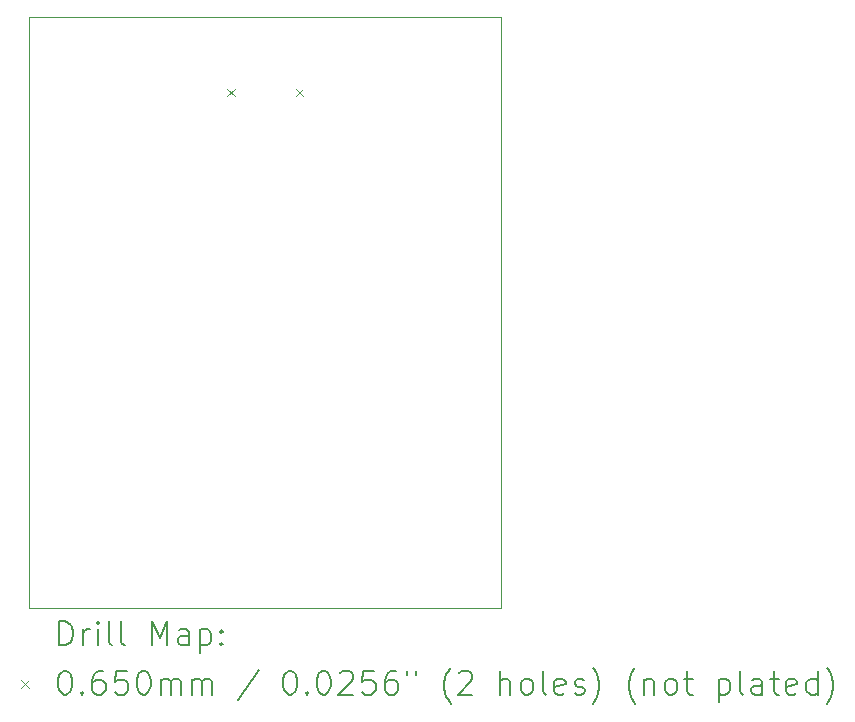
<source format=gbr>
%TF.GenerationSoftware,KiCad,Pcbnew,9.0.0*%
%TF.CreationDate,2025-03-17T13:33:31-06:00*%
%TF.ProjectId,TempLog,54656d70-4c6f-4672-9e6b-696361645f70,rev?*%
%TF.SameCoordinates,Original*%
%TF.FileFunction,Drillmap*%
%TF.FilePolarity,Positive*%
%FSLAX45Y45*%
G04 Gerber Fmt 4.5, Leading zero omitted, Abs format (unit mm)*
G04 Created by KiCad (PCBNEW 9.0.0) date 2025-03-17 13:33:31*
%MOMM*%
%LPD*%
G01*
G04 APERTURE LIST*
%ADD10C,0.050000*%
%ADD11C,0.200000*%
%ADD12C,0.100000*%
G04 APERTURE END LIST*
D10*
X10000000Y-7000000D02*
X14000000Y-7000000D01*
X14000000Y-12000000D01*
X10000000Y-12000000D01*
X10000000Y-7000000D01*
D11*
D12*
X11680300Y-7602500D02*
X11745300Y-7667500D01*
X11745300Y-7602500D02*
X11680300Y-7667500D01*
X12258300Y-7602500D02*
X12323300Y-7667500D01*
X12323300Y-7602500D02*
X12258300Y-7667500D01*
D11*
X10258277Y-12313984D02*
X10258277Y-12113984D01*
X10258277Y-12113984D02*
X10305896Y-12113984D01*
X10305896Y-12113984D02*
X10334467Y-12123508D01*
X10334467Y-12123508D02*
X10353515Y-12142555D01*
X10353515Y-12142555D02*
X10363039Y-12161603D01*
X10363039Y-12161603D02*
X10372563Y-12199698D01*
X10372563Y-12199698D02*
X10372563Y-12228269D01*
X10372563Y-12228269D02*
X10363039Y-12266365D01*
X10363039Y-12266365D02*
X10353515Y-12285412D01*
X10353515Y-12285412D02*
X10334467Y-12304460D01*
X10334467Y-12304460D02*
X10305896Y-12313984D01*
X10305896Y-12313984D02*
X10258277Y-12313984D01*
X10458277Y-12313984D02*
X10458277Y-12180650D01*
X10458277Y-12218746D02*
X10467801Y-12199698D01*
X10467801Y-12199698D02*
X10477324Y-12190174D01*
X10477324Y-12190174D02*
X10496372Y-12180650D01*
X10496372Y-12180650D02*
X10515420Y-12180650D01*
X10582086Y-12313984D02*
X10582086Y-12180650D01*
X10582086Y-12113984D02*
X10572563Y-12123508D01*
X10572563Y-12123508D02*
X10582086Y-12133031D01*
X10582086Y-12133031D02*
X10591610Y-12123508D01*
X10591610Y-12123508D02*
X10582086Y-12113984D01*
X10582086Y-12113984D02*
X10582086Y-12133031D01*
X10705896Y-12313984D02*
X10686848Y-12304460D01*
X10686848Y-12304460D02*
X10677324Y-12285412D01*
X10677324Y-12285412D02*
X10677324Y-12113984D01*
X10810658Y-12313984D02*
X10791610Y-12304460D01*
X10791610Y-12304460D02*
X10782086Y-12285412D01*
X10782086Y-12285412D02*
X10782086Y-12113984D01*
X11039229Y-12313984D02*
X11039229Y-12113984D01*
X11039229Y-12113984D02*
X11105896Y-12256841D01*
X11105896Y-12256841D02*
X11172563Y-12113984D01*
X11172563Y-12113984D02*
X11172563Y-12313984D01*
X11353515Y-12313984D02*
X11353515Y-12209222D01*
X11353515Y-12209222D02*
X11343991Y-12190174D01*
X11343991Y-12190174D02*
X11324943Y-12180650D01*
X11324943Y-12180650D02*
X11286848Y-12180650D01*
X11286848Y-12180650D02*
X11267801Y-12190174D01*
X11353515Y-12304460D02*
X11334467Y-12313984D01*
X11334467Y-12313984D02*
X11286848Y-12313984D01*
X11286848Y-12313984D02*
X11267801Y-12304460D01*
X11267801Y-12304460D02*
X11258277Y-12285412D01*
X11258277Y-12285412D02*
X11258277Y-12266365D01*
X11258277Y-12266365D02*
X11267801Y-12247317D01*
X11267801Y-12247317D02*
X11286848Y-12237793D01*
X11286848Y-12237793D02*
X11334467Y-12237793D01*
X11334467Y-12237793D02*
X11353515Y-12228269D01*
X11448753Y-12180650D02*
X11448753Y-12380650D01*
X11448753Y-12190174D02*
X11467801Y-12180650D01*
X11467801Y-12180650D02*
X11505896Y-12180650D01*
X11505896Y-12180650D02*
X11524943Y-12190174D01*
X11524943Y-12190174D02*
X11534467Y-12199698D01*
X11534467Y-12199698D02*
X11543991Y-12218746D01*
X11543991Y-12218746D02*
X11543991Y-12275888D01*
X11543991Y-12275888D02*
X11534467Y-12294936D01*
X11534467Y-12294936D02*
X11524943Y-12304460D01*
X11524943Y-12304460D02*
X11505896Y-12313984D01*
X11505896Y-12313984D02*
X11467801Y-12313984D01*
X11467801Y-12313984D02*
X11448753Y-12304460D01*
X11629705Y-12294936D02*
X11639229Y-12304460D01*
X11639229Y-12304460D02*
X11629705Y-12313984D01*
X11629705Y-12313984D02*
X11620182Y-12304460D01*
X11620182Y-12304460D02*
X11629705Y-12294936D01*
X11629705Y-12294936D02*
X11629705Y-12313984D01*
X11629705Y-12190174D02*
X11639229Y-12199698D01*
X11639229Y-12199698D02*
X11629705Y-12209222D01*
X11629705Y-12209222D02*
X11620182Y-12199698D01*
X11620182Y-12199698D02*
X11629705Y-12190174D01*
X11629705Y-12190174D02*
X11629705Y-12209222D01*
D12*
X9932500Y-12610000D02*
X9997500Y-12675000D01*
X9997500Y-12610000D02*
X9932500Y-12675000D01*
D11*
X10296372Y-12533984D02*
X10315420Y-12533984D01*
X10315420Y-12533984D02*
X10334467Y-12543508D01*
X10334467Y-12543508D02*
X10343991Y-12553031D01*
X10343991Y-12553031D02*
X10353515Y-12572079D01*
X10353515Y-12572079D02*
X10363039Y-12610174D01*
X10363039Y-12610174D02*
X10363039Y-12657793D01*
X10363039Y-12657793D02*
X10353515Y-12695888D01*
X10353515Y-12695888D02*
X10343991Y-12714936D01*
X10343991Y-12714936D02*
X10334467Y-12724460D01*
X10334467Y-12724460D02*
X10315420Y-12733984D01*
X10315420Y-12733984D02*
X10296372Y-12733984D01*
X10296372Y-12733984D02*
X10277324Y-12724460D01*
X10277324Y-12724460D02*
X10267801Y-12714936D01*
X10267801Y-12714936D02*
X10258277Y-12695888D01*
X10258277Y-12695888D02*
X10248753Y-12657793D01*
X10248753Y-12657793D02*
X10248753Y-12610174D01*
X10248753Y-12610174D02*
X10258277Y-12572079D01*
X10258277Y-12572079D02*
X10267801Y-12553031D01*
X10267801Y-12553031D02*
X10277324Y-12543508D01*
X10277324Y-12543508D02*
X10296372Y-12533984D01*
X10448753Y-12714936D02*
X10458277Y-12724460D01*
X10458277Y-12724460D02*
X10448753Y-12733984D01*
X10448753Y-12733984D02*
X10439229Y-12724460D01*
X10439229Y-12724460D02*
X10448753Y-12714936D01*
X10448753Y-12714936D02*
X10448753Y-12733984D01*
X10629705Y-12533984D02*
X10591610Y-12533984D01*
X10591610Y-12533984D02*
X10572563Y-12543508D01*
X10572563Y-12543508D02*
X10563039Y-12553031D01*
X10563039Y-12553031D02*
X10543991Y-12581603D01*
X10543991Y-12581603D02*
X10534467Y-12619698D01*
X10534467Y-12619698D02*
X10534467Y-12695888D01*
X10534467Y-12695888D02*
X10543991Y-12714936D01*
X10543991Y-12714936D02*
X10553515Y-12724460D01*
X10553515Y-12724460D02*
X10572563Y-12733984D01*
X10572563Y-12733984D02*
X10610658Y-12733984D01*
X10610658Y-12733984D02*
X10629705Y-12724460D01*
X10629705Y-12724460D02*
X10639229Y-12714936D01*
X10639229Y-12714936D02*
X10648753Y-12695888D01*
X10648753Y-12695888D02*
X10648753Y-12648269D01*
X10648753Y-12648269D02*
X10639229Y-12629222D01*
X10639229Y-12629222D02*
X10629705Y-12619698D01*
X10629705Y-12619698D02*
X10610658Y-12610174D01*
X10610658Y-12610174D02*
X10572563Y-12610174D01*
X10572563Y-12610174D02*
X10553515Y-12619698D01*
X10553515Y-12619698D02*
X10543991Y-12629222D01*
X10543991Y-12629222D02*
X10534467Y-12648269D01*
X10829705Y-12533984D02*
X10734467Y-12533984D01*
X10734467Y-12533984D02*
X10724944Y-12629222D01*
X10724944Y-12629222D02*
X10734467Y-12619698D01*
X10734467Y-12619698D02*
X10753515Y-12610174D01*
X10753515Y-12610174D02*
X10801134Y-12610174D01*
X10801134Y-12610174D02*
X10820182Y-12619698D01*
X10820182Y-12619698D02*
X10829705Y-12629222D01*
X10829705Y-12629222D02*
X10839229Y-12648269D01*
X10839229Y-12648269D02*
X10839229Y-12695888D01*
X10839229Y-12695888D02*
X10829705Y-12714936D01*
X10829705Y-12714936D02*
X10820182Y-12724460D01*
X10820182Y-12724460D02*
X10801134Y-12733984D01*
X10801134Y-12733984D02*
X10753515Y-12733984D01*
X10753515Y-12733984D02*
X10734467Y-12724460D01*
X10734467Y-12724460D02*
X10724944Y-12714936D01*
X10963039Y-12533984D02*
X10982086Y-12533984D01*
X10982086Y-12533984D02*
X11001134Y-12543508D01*
X11001134Y-12543508D02*
X11010658Y-12553031D01*
X11010658Y-12553031D02*
X11020182Y-12572079D01*
X11020182Y-12572079D02*
X11029705Y-12610174D01*
X11029705Y-12610174D02*
X11029705Y-12657793D01*
X11029705Y-12657793D02*
X11020182Y-12695888D01*
X11020182Y-12695888D02*
X11010658Y-12714936D01*
X11010658Y-12714936D02*
X11001134Y-12724460D01*
X11001134Y-12724460D02*
X10982086Y-12733984D01*
X10982086Y-12733984D02*
X10963039Y-12733984D01*
X10963039Y-12733984D02*
X10943991Y-12724460D01*
X10943991Y-12724460D02*
X10934467Y-12714936D01*
X10934467Y-12714936D02*
X10924944Y-12695888D01*
X10924944Y-12695888D02*
X10915420Y-12657793D01*
X10915420Y-12657793D02*
X10915420Y-12610174D01*
X10915420Y-12610174D02*
X10924944Y-12572079D01*
X10924944Y-12572079D02*
X10934467Y-12553031D01*
X10934467Y-12553031D02*
X10943991Y-12543508D01*
X10943991Y-12543508D02*
X10963039Y-12533984D01*
X11115420Y-12733984D02*
X11115420Y-12600650D01*
X11115420Y-12619698D02*
X11124944Y-12610174D01*
X11124944Y-12610174D02*
X11143991Y-12600650D01*
X11143991Y-12600650D02*
X11172563Y-12600650D01*
X11172563Y-12600650D02*
X11191610Y-12610174D01*
X11191610Y-12610174D02*
X11201134Y-12629222D01*
X11201134Y-12629222D02*
X11201134Y-12733984D01*
X11201134Y-12629222D02*
X11210658Y-12610174D01*
X11210658Y-12610174D02*
X11229705Y-12600650D01*
X11229705Y-12600650D02*
X11258277Y-12600650D01*
X11258277Y-12600650D02*
X11277324Y-12610174D01*
X11277324Y-12610174D02*
X11286848Y-12629222D01*
X11286848Y-12629222D02*
X11286848Y-12733984D01*
X11382086Y-12733984D02*
X11382086Y-12600650D01*
X11382086Y-12619698D02*
X11391610Y-12610174D01*
X11391610Y-12610174D02*
X11410658Y-12600650D01*
X11410658Y-12600650D02*
X11439229Y-12600650D01*
X11439229Y-12600650D02*
X11458277Y-12610174D01*
X11458277Y-12610174D02*
X11467801Y-12629222D01*
X11467801Y-12629222D02*
X11467801Y-12733984D01*
X11467801Y-12629222D02*
X11477324Y-12610174D01*
X11477324Y-12610174D02*
X11496372Y-12600650D01*
X11496372Y-12600650D02*
X11524943Y-12600650D01*
X11524943Y-12600650D02*
X11543991Y-12610174D01*
X11543991Y-12610174D02*
X11553515Y-12629222D01*
X11553515Y-12629222D02*
X11553515Y-12733984D01*
X11943991Y-12524460D02*
X11772563Y-12781603D01*
X12201134Y-12533984D02*
X12220182Y-12533984D01*
X12220182Y-12533984D02*
X12239229Y-12543508D01*
X12239229Y-12543508D02*
X12248753Y-12553031D01*
X12248753Y-12553031D02*
X12258277Y-12572079D01*
X12258277Y-12572079D02*
X12267801Y-12610174D01*
X12267801Y-12610174D02*
X12267801Y-12657793D01*
X12267801Y-12657793D02*
X12258277Y-12695888D01*
X12258277Y-12695888D02*
X12248753Y-12714936D01*
X12248753Y-12714936D02*
X12239229Y-12724460D01*
X12239229Y-12724460D02*
X12220182Y-12733984D01*
X12220182Y-12733984D02*
X12201134Y-12733984D01*
X12201134Y-12733984D02*
X12182086Y-12724460D01*
X12182086Y-12724460D02*
X12172563Y-12714936D01*
X12172563Y-12714936D02*
X12163039Y-12695888D01*
X12163039Y-12695888D02*
X12153515Y-12657793D01*
X12153515Y-12657793D02*
X12153515Y-12610174D01*
X12153515Y-12610174D02*
X12163039Y-12572079D01*
X12163039Y-12572079D02*
X12172563Y-12553031D01*
X12172563Y-12553031D02*
X12182086Y-12543508D01*
X12182086Y-12543508D02*
X12201134Y-12533984D01*
X12353515Y-12714936D02*
X12363039Y-12724460D01*
X12363039Y-12724460D02*
X12353515Y-12733984D01*
X12353515Y-12733984D02*
X12343991Y-12724460D01*
X12343991Y-12724460D02*
X12353515Y-12714936D01*
X12353515Y-12714936D02*
X12353515Y-12733984D01*
X12486848Y-12533984D02*
X12505896Y-12533984D01*
X12505896Y-12533984D02*
X12524944Y-12543508D01*
X12524944Y-12543508D02*
X12534467Y-12553031D01*
X12534467Y-12553031D02*
X12543991Y-12572079D01*
X12543991Y-12572079D02*
X12553515Y-12610174D01*
X12553515Y-12610174D02*
X12553515Y-12657793D01*
X12553515Y-12657793D02*
X12543991Y-12695888D01*
X12543991Y-12695888D02*
X12534467Y-12714936D01*
X12534467Y-12714936D02*
X12524944Y-12724460D01*
X12524944Y-12724460D02*
X12505896Y-12733984D01*
X12505896Y-12733984D02*
X12486848Y-12733984D01*
X12486848Y-12733984D02*
X12467801Y-12724460D01*
X12467801Y-12724460D02*
X12458277Y-12714936D01*
X12458277Y-12714936D02*
X12448753Y-12695888D01*
X12448753Y-12695888D02*
X12439229Y-12657793D01*
X12439229Y-12657793D02*
X12439229Y-12610174D01*
X12439229Y-12610174D02*
X12448753Y-12572079D01*
X12448753Y-12572079D02*
X12458277Y-12553031D01*
X12458277Y-12553031D02*
X12467801Y-12543508D01*
X12467801Y-12543508D02*
X12486848Y-12533984D01*
X12629706Y-12553031D02*
X12639229Y-12543508D01*
X12639229Y-12543508D02*
X12658277Y-12533984D01*
X12658277Y-12533984D02*
X12705896Y-12533984D01*
X12705896Y-12533984D02*
X12724944Y-12543508D01*
X12724944Y-12543508D02*
X12734467Y-12553031D01*
X12734467Y-12553031D02*
X12743991Y-12572079D01*
X12743991Y-12572079D02*
X12743991Y-12591127D01*
X12743991Y-12591127D02*
X12734467Y-12619698D01*
X12734467Y-12619698D02*
X12620182Y-12733984D01*
X12620182Y-12733984D02*
X12743991Y-12733984D01*
X12924944Y-12533984D02*
X12829706Y-12533984D01*
X12829706Y-12533984D02*
X12820182Y-12629222D01*
X12820182Y-12629222D02*
X12829706Y-12619698D01*
X12829706Y-12619698D02*
X12848753Y-12610174D01*
X12848753Y-12610174D02*
X12896372Y-12610174D01*
X12896372Y-12610174D02*
X12915420Y-12619698D01*
X12915420Y-12619698D02*
X12924944Y-12629222D01*
X12924944Y-12629222D02*
X12934467Y-12648269D01*
X12934467Y-12648269D02*
X12934467Y-12695888D01*
X12934467Y-12695888D02*
X12924944Y-12714936D01*
X12924944Y-12714936D02*
X12915420Y-12724460D01*
X12915420Y-12724460D02*
X12896372Y-12733984D01*
X12896372Y-12733984D02*
X12848753Y-12733984D01*
X12848753Y-12733984D02*
X12829706Y-12724460D01*
X12829706Y-12724460D02*
X12820182Y-12714936D01*
X13105896Y-12533984D02*
X13067801Y-12533984D01*
X13067801Y-12533984D02*
X13048753Y-12543508D01*
X13048753Y-12543508D02*
X13039229Y-12553031D01*
X13039229Y-12553031D02*
X13020182Y-12581603D01*
X13020182Y-12581603D02*
X13010658Y-12619698D01*
X13010658Y-12619698D02*
X13010658Y-12695888D01*
X13010658Y-12695888D02*
X13020182Y-12714936D01*
X13020182Y-12714936D02*
X13029706Y-12724460D01*
X13029706Y-12724460D02*
X13048753Y-12733984D01*
X13048753Y-12733984D02*
X13086848Y-12733984D01*
X13086848Y-12733984D02*
X13105896Y-12724460D01*
X13105896Y-12724460D02*
X13115420Y-12714936D01*
X13115420Y-12714936D02*
X13124944Y-12695888D01*
X13124944Y-12695888D02*
X13124944Y-12648269D01*
X13124944Y-12648269D02*
X13115420Y-12629222D01*
X13115420Y-12629222D02*
X13105896Y-12619698D01*
X13105896Y-12619698D02*
X13086848Y-12610174D01*
X13086848Y-12610174D02*
X13048753Y-12610174D01*
X13048753Y-12610174D02*
X13029706Y-12619698D01*
X13029706Y-12619698D02*
X13020182Y-12629222D01*
X13020182Y-12629222D02*
X13010658Y-12648269D01*
X13201134Y-12533984D02*
X13201134Y-12572079D01*
X13277325Y-12533984D02*
X13277325Y-12572079D01*
X13572563Y-12810174D02*
X13563039Y-12800650D01*
X13563039Y-12800650D02*
X13543991Y-12772079D01*
X13543991Y-12772079D02*
X13534468Y-12753031D01*
X13534468Y-12753031D02*
X13524944Y-12724460D01*
X13524944Y-12724460D02*
X13515420Y-12676841D01*
X13515420Y-12676841D02*
X13515420Y-12638746D01*
X13515420Y-12638746D02*
X13524944Y-12591127D01*
X13524944Y-12591127D02*
X13534468Y-12562555D01*
X13534468Y-12562555D02*
X13543991Y-12543508D01*
X13543991Y-12543508D02*
X13563039Y-12514936D01*
X13563039Y-12514936D02*
X13572563Y-12505412D01*
X13639229Y-12553031D02*
X13648753Y-12543508D01*
X13648753Y-12543508D02*
X13667801Y-12533984D01*
X13667801Y-12533984D02*
X13715420Y-12533984D01*
X13715420Y-12533984D02*
X13734468Y-12543508D01*
X13734468Y-12543508D02*
X13743991Y-12553031D01*
X13743991Y-12553031D02*
X13753515Y-12572079D01*
X13753515Y-12572079D02*
X13753515Y-12591127D01*
X13753515Y-12591127D02*
X13743991Y-12619698D01*
X13743991Y-12619698D02*
X13629706Y-12733984D01*
X13629706Y-12733984D02*
X13753515Y-12733984D01*
X13991610Y-12733984D02*
X13991610Y-12533984D01*
X14077325Y-12733984D02*
X14077325Y-12629222D01*
X14077325Y-12629222D02*
X14067801Y-12610174D01*
X14067801Y-12610174D02*
X14048753Y-12600650D01*
X14048753Y-12600650D02*
X14020182Y-12600650D01*
X14020182Y-12600650D02*
X14001134Y-12610174D01*
X14001134Y-12610174D02*
X13991610Y-12619698D01*
X14201134Y-12733984D02*
X14182087Y-12724460D01*
X14182087Y-12724460D02*
X14172563Y-12714936D01*
X14172563Y-12714936D02*
X14163039Y-12695888D01*
X14163039Y-12695888D02*
X14163039Y-12638746D01*
X14163039Y-12638746D02*
X14172563Y-12619698D01*
X14172563Y-12619698D02*
X14182087Y-12610174D01*
X14182087Y-12610174D02*
X14201134Y-12600650D01*
X14201134Y-12600650D02*
X14229706Y-12600650D01*
X14229706Y-12600650D02*
X14248753Y-12610174D01*
X14248753Y-12610174D02*
X14258277Y-12619698D01*
X14258277Y-12619698D02*
X14267801Y-12638746D01*
X14267801Y-12638746D02*
X14267801Y-12695888D01*
X14267801Y-12695888D02*
X14258277Y-12714936D01*
X14258277Y-12714936D02*
X14248753Y-12724460D01*
X14248753Y-12724460D02*
X14229706Y-12733984D01*
X14229706Y-12733984D02*
X14201134Y-12733984D01*
X14382087Y-12733984D02*
X14363039Y-12724460D01*
X14363039Y-12724460D02*
X14353515Y-12705412D01*
X14353515Y-12705412D02*
X14353515Y-12533984D01*
X14534468Y-12724460D02*
X14515420Y-12733984D01*
X14515420Y-12733984D02*
X14477325Y-12733984D01*
X14477325Y-12733984D02*
X14458277Y-12724460D01*
X14458277Y-12724460D02*
X14448753Y-12705412D01*
X14448753Y-12705412D02*
X14448753Y-12629222D01*
X14448753Y-12629222D02*
X14458277Y-12610174D01*
X14458277Y-12610174D02*
X14477325Y-12600650D01*
X14477325Y-12600650D02*
X14515420Y-12600650D01*
X14515420Y-12600650D02*
X14534468Y-12610174D01*
X14534468Y-12610174D02*
X14543991Y-12629222D01*
X14543991Y-12629222D02*
X14543991Y-12648269D01*
X14543991Y-12648269D02*
X14448753Y-12667317D01*
X14620182Y-12724460D02*
X14639230Y-12733984D01*
X14639230Y-12733984D02*
X14677325Y-12733984D01*
X14677325Y-12733984D02*
X14696372Y-12724460D01*
X14696372Y-12724460D02*
X14705896Y-12705412D01*
X14705896Y-12705412D02*
X14705896Y-12695888D01*
X14705896Y-12695888D02*
X14696372Y-12676841D01*
X14696372Y-12676841D02*
X14677325Y-12667317D01*
X14677325Y-12667317D02*
X14648753Y-12667317D01*
X14648753Y-12667317D02*
X14629706Y-12657793D01*
X14629706Y-12657793D02*
X14620182Y-12638746D01*
X14620182Y-12638746D02*
X14620182Y-12629222D01*
X14620182Y-12629222D02*
X14629706Y-12610174D01*
X14629706Y-12610174D02*
X14648753Y-12600650D01*
X14648753Y-12600650D02*
X14677325Y-12600650D01*
X14677325Y-12600650D02*
X14696372Y-12610174D01*
X14772563Y-12810174D02*
X14782087Y-12800650D01*
X14782087Y-12800650D02*
X14801134Y-12772079D01*
X14801134Y-12772079D02*
X14810658Y-12753031D01*
X14810658Y-12753031D02*
X14820182Y-12724460D01*
X14820182Y-12724460D02*
X14829706Y-12676841D01*
X14829706Y-12676841D02*
X14829706Y-12638746D01*
X14829706Y-12638746D02*
X14820182Y-12591127D01*
X14820182Y-12591127D02*
X14810658Y-12562555D01*
X14810658Y-12562555D02*
X14801134Y-12543508D01*
X14801134Y-12543508D02*
X14782087Y-12514936D01*
X14782087Y-12514936D02*
X14772563Y-12505412D01*
X15134468Y-12810174D02*
X15124944Y-12800650D01*
X15124944Y-12800650D02*
X15105896Y-12772079D01*
X15105896Y-12772079D02*
X15096372Y-12753031D01*
X15096372Y-12753031D02*
X15086849Y-12724460D01*
X15086849Y-12724460D02*
X15077325Y-12676841D01*
X15077325Y-12676841D02*
X15077325Y-12638746D01*
X15077325Y-12638746D02*
X15086849Y-12591127D01*
X15086849Y-12591127D02*
X15096372Y-12562555D01*
X15096372Y-12562555D02*
X15105896Y-12543508D01*
X15105896Y-12543508D02*
X15124944Y-12514936D01*
X15124944Y-12514936D02*
X15134468Y-12505412D01*
X15210658Y-12600650D02*
X15210658Y-12733984D01*
X15210658Y-12619698D02*
X15220182Y-12610174D01*
X15220182Y-12610174D02*
X15239230Y-12600650D01*
X15239230Y-12600650D02*
X15267801Y-12600650D01*
X15267801Y-12600650D02*
X15286849Y-12610174D01*
X15286849Y-12610174D02*
X15296372Y-12629222D01*
X15296372Y-12629222D02*
X15296372Y-12733984D01*
X15420182Y-12733984D02*
X15401134Y-12724460D01*
X15401134Y-12724460D02*
X15391611Y-12714936D01*
X15391611Y-12714936D02*
X15382087Y-12695888D01*
X15382087Y-12695888D02*
X15382087Y-12638746D01*
X15382087Y-12638746D02*
X15391611Y-12619698D01*
X15391611Y-12619698D02*
X15401134Y-12610174D01*
X15401134Y-12610174D02*
X15420182Y-12600650D01*
X15420182Y-12600650D02*
X15448753Y-12600650D01*
X15448753Y-12600650D02*
X15467801Y-12610174D01*
X15467801Y-12610174D02*
X15477325Y-12619698D01*
X15477325Y-12619698D02*
X15486849Y-12638746D01*
X15486849Y-12638746D02*
X15486849Y-12695888D01*
X15486849Y-12695888D02*
X15477325Y-12714936D01*
X15477325Y-12714936D02*
X15467801Y-12724460D01*
X15467801Y-12724460D02*
X15448753Y-12733984D01*
X15448753Y-12733984D02*
X15420182Y-12733984D01*
X15543992Y-12600650D02*
X15620182Y-12600650D01*
X15572563Y-12533984D02*
X15572563Y-12705412D01*
X15572563Y-12705412D02*
X15582087Y-12724460D01*
X15582087Y-12724460D02*
X15601134Y-12733984D01*
X15601134Y-12733984D02*
X15620182Y-12733984D01*
X15839230Y-12600650D02*
X15839230Y-12800650D01*
X15839230Y-12610174D02*
X15858277Y-12600650D01*
X15858277Y-12600650D02*
X15896373Y-12600650D01*
X15896373Y-12600650D02*
X15915420Y-12610174D01*
X15915420Y-12610174D02*
X15924944Y-12619698D01*
X15924944Y-12619698D02*
X15934468Y-12638746D01*
X15934468Y-12638746D02*
X15934468Y-12695888D01*
X15934468Y-12695888D02*
X15924944Y-12714936D01*
X15924944Y-12714936D02*
X15915420Y-12724460D01*
X15915420Y-12724460D02*
X15896373Y-12733984D01*
X15896373Y-12733984D02*
X15858277Y-12733984D01*
X15858277Y-12733984D02*
X15839230Y-12724460D01*
X16048753Y-12733984D02*
X16029706Y-12724460D01*
X16029706Y-12724460D02*
X16020182Y-12705412D01*
X16020182Y-12705412D02*
X16020182Y-12533984D01*
X16210658Y-12733984D02*
X16210658Y-12629222D01*
X16210658Y-12629222D02*
X16201134Y-12610174D01*
X16201134Y-12610174D02*
X16182087Y-12600650D01*
X16182087Y-12600650D02*
X16143992Y-12600650D01*
X16143992Y-12600650D02*
X16124944Y-12610174D01*
X16210658Y-12724460D02*
X16191611Y-12733984D01*
X16191611Y-12733984D02*
X16143992Y-12733984D01*
X16143992Y-12733984D02*
X16124944Y-12724460D01*
X16124944Y-12724460D02*
X16115420Y-12705412D01*
X16115420Y-12705412D02*
X16115420Y-12686365D01*
X16115420Y-12686365D02*
X16124944Y-12667317D01*
X16124944Y-12667317D02*
X16143992Y-12657793D01*
X16143992Y-12657793D02*
X16191611Y-12657793D01*
X16191611Y-12657793D02*
X16210658Y-12648269D01*
X16277325Y-12600650D02*
X16353515Y-12600650D01*
X16305896Y-12533984D02*
X16305896Y-12705412D01*
X16305896Y-12705412D02*
X16315420Y-12724460D01*
X16315420Y-12724460D02*
X16334468Y-12733984D01*
X16334468Y-12733984D02*
X16353515Y-12733984D01*
X16496373Y-12724460D02*
X16477325Y-12733984D01*
X16477325Y-12733984D02*
X16439230Y-12733984D01*
X16439230Y-12733984D02*
X16420182Y-12724460D01*
X16420182Y-12724460D02*
X16410658Y-12705412D01*
X16410658Y-12705412D02*
X16410658Y-12629222D01*
X16410658Y-12629222D02*
X16420182Y-12610174D01*
X16420182Y-12610174D02*
X16439230Y-12600650D01*
X16439230Y-12600650D02*
X16477325Y-12600650D01*
X16477325Y-12600650D02*
X16496373Y-12610174D01*
X16496373Y-12610174D02*
X16505896Y-12629222D01*
X16505896Y-12629222D02*
X16505896Y-12648269D01*
X16505896Y-12648269D02*
X16410658Y-12667317D01*
X16677325Y-12733984D02*
X16677325Y-12533984D01*
X16677325Y-12724460D02*
X16658277Y-12733984D01*
X16658277Y-12733984D02*
X16620182Y-12733984D01*
X16620182Y-12733984D02*
X16601134Y-12724460D01*
X16601134Y-12724460D02*
X16591611Y-12714936D01*
X16591611Y-12714936D02*
X16582087Y-12695888D01*
X16582087Y-12695888D02*
X16582087Y-12638746D01*
X16582087Y-12638746D02*
X16591611Y-12619698D01*
X16591611Y-12619698D02*
X16601134Y-12610174D01*
X16601134Y-12610174D02*
X16620182Y-12600650D01*
X16620182Y-12600650D02*
X16658277Y-12600650D01*
X16658277Y-12600650D02*
X16677325Y-12610174D01*
X16753515Y-12810174D02*
X16763039Y-12800650D01*
X16763039Y-12800650D02*
X16782087Y-12772079D01*
X16782087Y-12772079D02*
X16791611Y-12753031D01*
X16791611Y-12753031D02*
X16801135Y-12724460D01*
X16801135Y-12724460D02*
X16810658Y-12676841D01*
X16810658Y-12676841D02*
X16810658Y-12638746D01*
X16810658Y-12638746D02*
X16801135Y-12591127D01*
X16801135Y-12591127D02*
X16791611Y-12562555D01*
X16791611Y-12562555D02*
X16782087Y-12543508D01*
X16782087Y-12543508D02*
X16763039Y-12514936D01*
X16763039Y-12514936D02*
X16753515Y-12505412D01*
M02*

</source>
